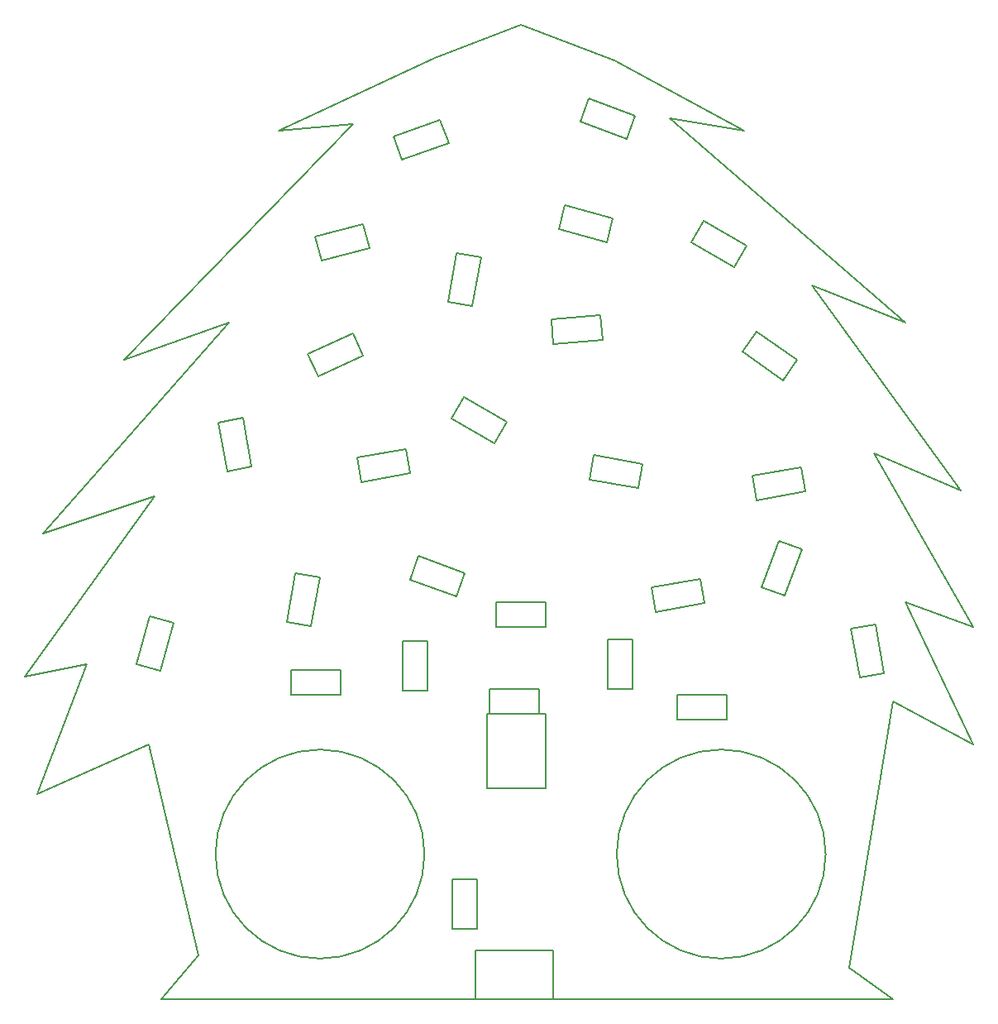
<source format=gbr>
G04 #@! TF.GenerationSoftware,KiCad,Pcbnew,(5.0.1)-rc2*
G04 #@! TF.CreationDate,2018-10-28T19:10:13+01:00*
G04 #@! TF.ProjectId,2D_xmas_tree01,32445F786D61735F7472656530312E6B,rev?*
G04 #@! TF.SameCoordinates,Original*
G04 #@! TF.FileFunction,Profile,NP*
%FSLAX46Y46*%
G04 Gerber Fmt 4.6, Leading zero omitted, Abs format (unit mm)*
G04 Created by KiCad (PCBNEW (5.0.1)-rc2) date 28.10.2018 19:10:13*
%MOMM*%
%LPD*%
G01*
G04 APERTURE LIST*
%ADD10C,0.150000*%
G04 #@! TA.AperFunction,NonConductor*
%ADD11C,0.150000*%
G04 #@! TD*
G04 APERTURE END LIST*
D10*
X118745000Y-76200000D02*
X99695000Y-97790000D01*
X194945000Y-107315000D02*
X184785000Y-89535000D01*
X187960000Y-104775000D02*
X194945000Y-107315000D01*
X194945000Y-119380000D02*
X187960000Y-104775000D01*
X111125000Y-93980000D02*
X97790000Y-112395000D01*
X193675000Y-93345000D02*
X184785000Y-89535000D01*
X193675000Y-93345000D02*
X178435000Y-72390000D01*
X99695000Y-97790000D02*
X111125000Y-93980000D01*
X158193288Y-49321233D02*
X148590000Y-45720000D01*
X139774763Y-49090532D02*
X123825000Y-56515000D01*
X163830000Y-55245000D02*
X171450000Y-56515000D01*
X131445000Y-55880000D02*
X107950000Y-80010000D01*
X118745000Y-76200000D02*
X107950000Y-80010000D01*
X187960000Y-76200000D02*
X163830000Y-55245000D01*
X97790000Y-112395000D02*
X104140000Y-111125000D01*
X104140000Y-111125000D02*
X99060000Y-124460000D01*
X186690000Y-114935000D02*
X194945000Y-119380000D01*
X182245000Y-142240000D02*
X183515000Y-134620000D01*
X111760000Y-145415000D02*
X186690000Y-145415000D01*
X115570000Y-140970000D02*
X111760000Y-145415000D01*
X110490000Y-119380000D02*
X115570000Y-140970000D01*
X99060000Y-124460000D02*
X110490000Y-119380000D01*
X123825000Y-56515000D02*
X131445000Y-55880000D01*
X148590000Y-45720000D02*
X139774763Y-49090532D01*
X171450000Y-56515000D02*
X158193288Y-49321233D01*
X187960000Y-76200000D02*
X178435000Y-72390000D01*
X183515000Y-134620000D02*
X186690000Y-114935000D01*
X186690000Y-145415000D02*
X182245000Y-142240000D01*
D11*
G04 #@! TO.C,D11*
X157009521Y-77979495D02*
X151948851Y-78422247D01*
X151727476Y-75891912D02*
X151948851Y-78422247D01*
X156788145Y-75449161D02*
X151727476Y-75891912D01*
X157009521Y-77979495D02*
X156788145Y-75449161D01*
G04 #@! TO.C,D8*
X172293588Y-91881066D02*
X177296412Y-90998934D01*
X177737478Y-93500345D02*
X177296412Y-90998934D01*
X172734655Y-94382478D02*
X177737478Y-93500345D01*
X172293588Y-91881066D02*
X172734655Y-94382478D01*
G04 #@! TO.C,D12*
X142750295Y-83820000D02*
X147149705Y-86360000D01*
X145879705Y-88559705D02*
X147149705Y-86360000D01*
X141480295Y-86019705D02*
X145879705Y-88559705D01*
X142750295Y-83820000D02*
X141480295Y-86019705D01*
G04 #@! TO.C,D18*
X138118181Y-100096269D02*
X142891819Y-101833731D01*
X142023088Y-104220550D02*
X142891819Y-101833731D01*
X137249450Y-102483088D02*
X142023088Y-104220550D01*
X138118181Y-100096269D02*
X137249450Y-102483088D01*
G04 #@! TO.C,D17*
X137291412Y-91633934D02*
X132288588Y-92516066D01*
X131847522Y-90014655D02*
X132288588Y-92516066D01*
X136850345Y-89132522D02*
X131847522Y-90014655D01*
X137291412Y-91633934D02*
X136850345Y-89132522D01*
G04 #@! TO.C,D13*
X160616412Y-93151066D02*
X155613588Y-92268934D01*
X156054655Y-89767522D02*
X155613588Y-92268934D01*
X161057478Y-90649655D02*
X156054655Y-89767522D01*
X160616412Y-93151066D02*
X161057478Y-90649655D01*
G04 #@! TO.C,D14*
X161963588Y-103311066D02*
X166966412Y-102428934D01*
X167407478Y-104930345D02*
X166966412Y-102428934D01*
X162404655Y-105812478D02*
X167407478Y-104930345D01*
X161963588Y-103311066D02*
X162404655Y-105812478D01*
G04 #@! TO.C,D15*
X177398731Y-99383181D02*
X175661269Y-104156819D01*
X173274450Y-103288088D02*
X175661269Y-104156819D01*
X175011912Y-98514450D02*
X173274450Y-103288088D01*
X177398731Y-99383181D02*
X175011912Y-98514450D01*
G04 #@! TO.C,D7*
X175435646Y-82101884D02*
X171274354Y-79188116D01*
X172731238Y-77107470D02*
X171274354Y-79188116D01*
X176892530Y-80021238D02*
X172731238Y-77107470D01*
X175435646Y-82101884D02*
X176892530Y-80021238D01*
G04 #@! TO.C,D16*
X183321066Y-112526412D02*
X182438934Y-107523588D01*
X184940345Y-107082522D02*
X182438934Y-107523588D01*
X185822478Y-112085345D02*
X184940345Y-107082522D01*
X183321066Y-112526412D02*
X185822478Y-112085345D01*
G04 #@! TO.C,D10*
X118551066Y-91401412D02*
X117668934Y-86398588D01*
X120170345Y-85957522D02*
X117668934Y-86398588D01*
X121052478Y-90960345D02*
X120170345Y-85957522D01*
X118551066Y-91401412D02*
X121052478Y-90960345D01*
G04 #@! TO.C,D20*
X124653934Y-106811412D02*
X125536066Y-101808588D01*
X128037478Y-102249655D02*
X125536066Y-101808588D01*
X127155345Y-107252478D02*
X128037478Y-102249655D01*
X124653934Y-106811412D02*
X127155345Y-107252478D01*
G04 #@! TO.C,D19*
X113052400Y-106936548D02*
X111737600Y-111843452D01*
X109284148Y-111186051D02*
X111737600Y-111843452D01*
X110598949Y-106279148D02*
X109284148Y-111186051D01*
X113052400Y-106936548D02*
X110598949Y-106279148D01*
G04 #@! TO.C,R3*
X151130000Y-107315000D02*
X146050000Y-107315000D01*
X146050000Y-104775000D02*
X146050000Y-107315000D01*
X151130000Y-104775000D02*
X146050000Y-104775000D01*
X151130000Y-107315000D02*
X151130000Y-104775000D01*
G04 #@! TO.C,R6*
X145415000Y-113665000D02*
X150495000Y-113665000D01*
X150495000Y-116205000D02*
X150495000Y-113665000D01*
X145415000Y-116205000D02*
X150495000Y-116205000D01*
X145415000Y-113665000D02*
X145415000Y-116205000D01*
G04 #@! TO.C,D1*
X141215481Y-57810047D02*
X136441843Y-59547509D01*
X135573112Y-57160690D02*
X136441843Y-59547509D01*
X140346750Y-55423228D02*
X135573112Y-57160690D01*
X141215481Y-57810047D02*
X140346750Y-55423228D01*
G04 #@! TO.C,D2*
X159468157Y-57383731D02*
X154694519Y-55646269D01*
X155563250Y-53259450D02*
X154694519Y-55646269D01*
X160336888Y-54996912D02*
X155563250Y-53259450D01*
X159468157Y-57383731D02*
X160336888Y-54996912D01*
G04 #@! TO.C,D3*
X133093452Y-68557600D02*
X128186548Y-69872400D01*
X127529148Y-67418949D02*
X128186548Y-69872400D01*
X132436051Y-66104148D02*
X127529148Y-67418949D01*
X133093452Y-68557600D02*
X132436051Y-66104148D01*
G04 #@! TO.C,D4*
X141163934Y-74086412D02*
X142046066Y-69083588D01*
X144547478Y-69524655D02*
X142046066Y-69083588D01*
X143665345Y-74527478D02*
X144547478Y-69524655D01*
X141163934Y-74086412D02*
X143665345Y-74527478D01*
G04 #@! TO.C,D5*
X157393452Y-67967400D02*
X152486548Y-66652600D01*
X153143949Y-64199148D02*
X152486548Y-66652600D01*
X158050852Y-65513949D02*
X153143949Y-64199148D01*
X157393452Y-67967400D02*
X158050852Y-65513949D01*
G04 #@! TO.C,D6*
X170474705Y-70485000D02*
X166075295Y-67945000D01*
X167345295Y-65745295D02*
X166075295Y-67945000D01*
X171744705Y-68285295D02*
X167345295Y-65745295D01*
X170474705Y-70485000D02*
X171744705Y-68285295D01*
G04 #@! TO.C,D9*
X132477022Y-79571550D02*
X127872978Y-81718450D01*
X126799528Y-79416429D02*
X127872978Y-81718450D01*
X131403571Y-77269528D02*
X126799528Y-79416429D01*
X132477022Y-79571550D02*
X131403571Y-77269528D01*
G04 #@! TO.C,R1*
X164635000Y-114300000D02*
X169715000Y-114300000D01*
X169715000Y-116840000D02*
X169715000Y-114300000D01*
X164635000Y-116840000D02*
X169715000Y-116840000D01*
X164635000Y-114300000D02*
X164635000Y-116840000D01*
G04 #@! TO.C,R2*
X157480000Y-113665000D02*
X157480000Y-108585000D01*
X160020000Y-108585000D02*
X157480000Y-108585000D01*
X160020000Y-113665000D02*
X160020000Y-108585000D01*
X157480000Y-113665000D02*
X160020000Y-113665000D01*
G04 #@! TO.C,R4*
X136525000Y-113835000D02*
X136525000Y-108755000D01*
X139065000Y-108755000D02*
X136525000Y-108755000D01*
X139065000Y-113835000D02*
X139065000Y-108755000D01*
X136525000Y-113835000D02*
X139065000Y-113835000D01*
G04 #@! TO.C,R5*
X130175000Y-114300000D02*
X125095000Y-114300000D01*
X125095000Y-111760000D02*
X125095000Y-114300000D01*
X130175000Y-111760000D02*
X125095000Y-111760000D01*
X130175000Y-114300000D02*
X130175000Y-111760000D01*
G04 #@! TO.C,SW1*
X151955000Y-145415000D02*
X143955000Y-145415000D01*
X151955000Y-140475000D02*
X151955000Y-145415000D01*
X143955000Y-140475000D02*
X151955000Y-140475000D01*
X143955000Y-145415000D02*
X143955000Y-140475000D01*
G04 #@! TO.C,U1*
X151130000Y-123825000D02*
X145130000Y-123825000D01*
X151130000Y-116205000D02*
X151130000Y-123825000D01*
X145130000Y-116205000D02*
X151130000Y-116205000D01*
X145130000Y-123825000D02*
X145130000Y-116205000D01*
G04 #@! TO.C,BT1*
X138749673Y-130589672D02*
G75*
G03X138749673Y-130589672I-10700001J0D01*
G01*
G04 #@! TO.C,BT2*
X179830329Y-130589672D02*
G75*
G03X179830329Y-130589672I-10700001J0D01*
G01*
G04 #@! TO.C,C1*
X144145000Y-133180000D02*
X141605000Y-133180000D01*
X141605000Y-133180000D02*
X141605000Y-138260000D01*
X141605000Y-138260000D02*
X144145000Y-138260000D01*
X144145000Y-133180000D02*
X144145000Y-138260000D01*
G04 #@! TD*
M02*

</source>
